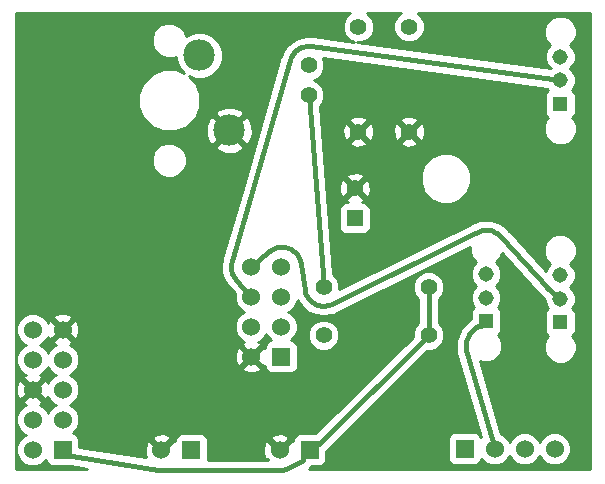
<source format=gbl>
G04 (created by PCBNEW (2013-jul-07)-stable) date jeu. 07 mai 2020 19:37:15 IST*
%MOIN*%
G04 Gerber Fmt 3.4, Leading zero omitted, Abs format*
%FSLAX34Y34*%
G01*
G70*
G90*
G04 APERTURE LIST*
%ADD10C,0.00590551*%
%ADD11R,0.06X0.06*%
%ADD12C,0.06*%
%ADD13C,0.055*%
%ADD14R,0.055X0.055*%
%ADD15C,0.105*%
%ADD16R,0.0514961X0.0514961*%
%ADD17C,0.0514961*%
%ADD18C,0.018*%
%ADD19C,0.01*%
G04 APERTURE END LIST*
G54D10*
G54D11*
X1956Y-14952D03*
G54D12*
X956Y-14952D03*
X1956Y-13952D03*
X956Y-13952D03*
X1956Y-12952D03*
X956Y-12952D03*
X1956Y-11952D03*
X956Y-11952D03*
X1956Y-10952D03*
X956Y-10952D03*
G54D11*
X9240Y-11854D03*
G54D12*
X8240Y-11854D03*
X9240Y-10854D03*
X8240Y-10854D03*
X9240Y-9854D03*
X8240Y-9854D03*
X9240Y-8854D03*
X8240Y-8854D03*
G54D13*
X13503Y-4348D03*
X13503Y-848D03*
X14151Y-11141D03*
X10651Y-11141D03*
X14151Y-9527D03*
X10651Y-9527D03*
G54D14*
X11692Y-7232D03*
G54D13*
X11692Y-6232D03*
G54D11*
X15350Y-14921D03*
G54D12*
X16350Y-14921D03*
X17350Y-14921D03*
X18350Y-14921D03*
G54D11*
X6248Y-14960D03*
G54D12*
X5248Y-14960D03*
G54D11*
X10185Y-14960D03*
G54D12*
X9185Y-14960D03*
G54D15*
X7511Y-4307D03*
X6511Y-1807D03*
G54D16*
X18543Y-10708D03*
G54D17*
X18543Y-9921D03*
X18543Y-9133D03*
G54D16*
X16062Y-10669D03*
G54D17*
X16062Y-9881D03*
X16062Y-9094D03*
G54D16*
X18543Y-3425D03*
G54D17*
X18543Y-2637D03*
X18543Y-1850D03*
G54D13*
X11811Y-848D03*
X11811Y-4348D03*
X10157Y-3137D03*
X10157Y-2137D03*
G54D18*
X14151Y-9527D02*
X14151Y-11141D01*
X2166Y-15162D02*
X1956Y-14952D01*
X2256Y-15162D02*
X2166Y-15162D01*
X2260Y-15162D02*
X2256Y-15162D01*
X2267Y-15163D02*
X2260Y-15162D01*
X2270Y-15163D02*
X2267Y-15163D01*
X5146Y-15612D02*
X2270Y-15163D01*
X5222Y-15620D02*
X5248Y-15620D01*
X5171Y-15616D02*
X5222Y-15620D01*
X5146Y-15612D02*
X5171Y-15616D01*
X9185Y-15620D02*
X5248Y-15620D01*
X9400Y-15588D02*
X9466Y-15557D01*
X9257Y-15620D02*
X9400Y-15588D01*
X9185Y-15620D02*
X9257Y-15620D01*
X9923Y-15342D02*
X9466Y-15557D01*
X9975Y-15286D02*
X9975Y-15260D01*
X9947Y-15330D02*
X9975Y-15286D01*
X9923Y-15342D02*
X9947Y-15330D01*
X9975Y-15170D02*
X9975Y-15260D01*
X10185Y-14960D02*
X9975Y-15170D01*
X10395Y-14750D02*
X10185Y-14960D01*
X10485Y-14750D02*
X10395Y-14750D01*
X10535Y-14737D02*
X10548Y-14724D01*
X10502Y-14750D02*
X10535Y-14737D01*
X10485Y-14750D02*
X10502Y-14750D01*
X14151Y-11141D02*
X10548Y-14724D01*
X10157Y-3137D02*
X10651Y-9527D01*
X7744Y-9290D02*
X8240Y-9854D01*
X7689Y-9227D02*
X7744Y-9290D01*
X7614Y-9079D02*
X7689Y-9227D01*
X7577Y-8916D02*
X7614Y-9079D01*
X7582Y-8750D02*
X7577Y-8916D01*
X7606Y-8670D02*
X7582Y-8750D01*
X9547Y-1961D02*
X7606Y-8670D01*
X9579Y-1851D02*
X9547Y-1961D01*
X9715Y-1667D02*
X9579Y-1851D01*
X9906Y-1543D02*
X9715Y-1667D01*
X10129Y-1493D02*
X9906Y-1543D01*
X10243Y-1508D02*
X10129Y-1493D01*
X18543Y-2637D02*
X10243Y-1508D01*
X8804Y-8358D02*
X8240Y-8854D01*
X8893Y-8279D02*
X8804Y-8358D01*
X9116Y-8195D02*
X8893Y-8279D01*
X9354Y-8193D02*
X9116Y-8195D01*
X9578Y-8275D02*
X9354Y-8193D01*
X9759Y-8429D02*
X9578Y-8275D01*
X9875Y-8638D02*
X9759Y-8429D01*
X9892Y-8755D02*
X9875Y-8638D01*
X10023Y-9622D02*
X9892Y-8755D01*
X10844Y-10140D02*
X10934Y-10096D01*
X10645Y-10170D02*
X10844Y-10140D01*
X10447Y-10137D02*
X10645Y-10170D01*
X10269Y-10044D02*
X10447Y-10137D01*
X10128Y-9901D02*
X10269Y-10044D01*
X10038Y-9721D02*
X10128Y-9901D01*
X10023Y-9622D02*
X10038Y-9721D01*
X15708Y-7719D02*
X10934Y-10096D01*
X15714Y-7716D02*
X15708Y-7719D01*
X15723Y-7713D02*
X15714Y-7716D01*
X15723Y-7712D02*
X15723Y-7713D01*
X15795Y-7683D02*
X15723Y-7712D01*
X15795Y-7683D02*
X15795Y-7683D01*
X15919Y-7631D02*
X15795Y-7683D01*
X15927Y-7628D02*
X15919Y-7631D01*
X15945Y-7625D02*
X15927Y-7628D01*
X15953Y-7625D02*
X15945Y-7625D01*
X16175Y-7625D02*
X15953Y-7625D01*
X16184Y-7625D02*
X16175Y-7625D01*
X16202Y-7628D02*
X16184Y-7625D01*
X16210Y-7631D02*
X16202Y-7628D01*
X16219Y-7635D02*
X16210Y-7631D01*
X16219Y-7635D02*
X16219Y-7635D01*
X16415Y-7716D02*
X16219Y-7635D01*
X16423Y-7720D02*
X16415Y-7716D01*
X16438Y-7730D02*
X16423Y-7720D01*
X16444Y-7736D02*
X16438Y-7730D01*
X16601Y-7893D02*
X16444Y-7736D01*
X16604Y-7896D02*
X16601Y-7893D01*
X18090Y-9542D02*
X16604Y-7896D01*
X18139Y-9591D02*
X18157Y-9606D01*
X18106Y-9559D02*
X18139Y-9591D01*
X18090Y-9542D02*
X18106Y-9559D01*
X18543Y-9921D02*
X18157Y-9606D01*
X15895Y-10836D02*
X16062Y-10669D01*
X15805Y-10836D02*
X15895Y-10836D01*
X15752Y-10851D02*
X15739Y-10865D01*
X15786Y-10836D02*
X15752Y-10851D01*
X15805Y-10836D02*
X15786Y-10836D01*
X15514Y-11108D02*
X15739Y-10865D01*
X15500Y-11127D02*
X15497Y-11135D01*
X15508Y-11114D02*
X15500Y-11127D01*
X15514Y-11108D02*
X15508Y-11114D01*
X15411Y-11341D02*
X15497Y-11135D01*
X15411Y-11341D02*
X15411Y-11341D01*
X15407Y-11351D02*
X15411Y-11341D01*
X15401Y-11376D02*
X15401Y-11385D01*
X15404Y-11359D02*
X15401Y-11376D01*
X15407Y-11351D02*
X15404Y-11359D01*
X15401Y-11618D02*
X15401Y-11385D01*
X15402Y-11637D02*
X15404Y-11643D01*
X15401Y-11625D02*
X15402Y-11637D01*
X15401Y-11618D02*
X15401Y-11625D01*
X16350Y-14921D02*
X15404Y-11643D01*
G54D10*
G36*
X19523Y-15586D02*
X10163Y-15586D01*
X10168Y-15581D01*
X10198Y-15559D01*
X10214Y-15534D01*
X10234Y-15513D01*
X10235Y-15510D01*
X10534Y-15510D01*
X10626Y-15472D01*
X10696Y-15402D01*
X10734Y-15310D01*
X10735Y-15211D01*
X10735Y-15005D01*
X10775Y-14978D01*
X10775Y-14977D01*
X10788Y-14965D01*
X10788Y-14965D01*
X14110Y-11666D01*
X14255Y-11666D01*
X14448Y-11587D01*
X14596Y-11439D01*
X14676Y-11246D01*
X14676Y-11037D01*
X14596Y-10844D01*
X14491Y-10739D01*
X14491Y-9929D01*
X14596Y-9825D01*
X14676Y-9632D01*
X14676Y-9423D01*
X14596Y-9230D01*
X14449Y-9082D01*
X14256Y-9002D01*
X14047Y-9002D01*
X13854Y-9082D01*
X13706Y-9229D01*
X13626Y-9422D01*
X13626Y-9631D01*
X13706Y-9824D01*
X13811Y-9930D01*
X13811Y-10739D01*
X13706Y-10843D01*
X13626Y-11036D01*
X13626Y-11188D01*
X11176Y-13621D01*
X11176Y-11037D01*
X11096Y-10844D01*
X10949Y-10696D01*
X10756Y-10616D01*
X10547Y-10616D01*
X10354Y-10696D01*
X10206Y-10843D01*
X10126Y-11036D01*
X10126Y-11245D01*
X10206Y-11438D01*
X10353Y-11586D01*
X10546Y-11666D01*
X10755Y-11666D01*
X10948Y-11587D01*
X11096Y-11439D01*
X11176Y-11246D01*
X11176Y-11037D01*
X11176Y-13621D01*
X10382Y-14410D01*
X9835Y-14410D01*
X9743Y-14448D01*
X9673Y-14518D01*
X9635Y-14610D01*
X9635Y-14663D01*
X9570Y-14645D01*
X9500Y-14716D01*
X9500Y-14574D01*
X9472Y-14479D01*
X9266Y-14405D01*
X9048Y-14416D01*
X8897Y-14479D01*
X8869Y-14574D01*
X9185Y-14889D01*
X9500Y-14574D01*
X9500Y-14716D01*
X9255Y-14960D01*
X9261Y-14966D01*
X9190Y-15036D01*
X9185Y-15031D01*
X9179Y-15036D01*
X9114Y-14971D01*
X9108Y-14966D01*
X9114Y-14960D01*
X8799Y-14645D01*
X8703Y-14672D01*
X8630Y-14878D01*
X8641Y-15097D01*
X8703Y-15248D01*
X8799Y-15275D01*
X8794Y-15280D01*
X8555Y-15280D01*
X8555Y-12240D01*
X8240Y-11925D01*
X8169Y-11995D01*
X8169Y-11854D01*
X7854Y-11539D01*
X7758Y-11566D01*
X7685Y-11772D01*
X7696Y-11991D01*
X7758Y-12142D01*
X7854Y-12169D01*
X8169Y-11854D01*
X8169Y-11995D01*
X7924Y-12240D01*
X7952Y-12335D01*
X8158Y-12409D01*
X8376Y-12398D01*
X8528Y-12335D01*
X8555Y-12240D01*
X8555Y-15280D01*
X6798Y-15280D01*
X6798Y-15211D01*
X6798Y-14611D01*
X6760Y-14519D01*
X6689Y-14448D01*
X6597Y-14410D01*
X6498Y-14410D01*
X6096Y-14410D01*
X6096Y-5191D01*
X6008Y-4976D01*
X5843Y-4811D01*
X5628Y-4722D01*
X5395Y-4721D01*
X5180Y-4810D01*
X5016Y-4975D01*
X4926Y-5190D01*
X4926Y-5422D01*
X5015Y-5638D01*
X5180Y-5802D01*
X5394Y-5891D01*
X5627Y-5892D01*
X5842Y-5803D01*
X6007Y-5638D01*
X6096Y-5423D01*
X6096Y-5191D01*
X6096Y-14410D01*
X5898Y-14410D01*
X5806Y-14448D01*
X5736Y-14518D01*
X5698Y-14610D01*
X5698Y-14663D01*
X5633Y-14645D01*
X5563Y-14716D01*
X5563Y-14574D01*
X5535Y-14479D01*
X5329Y-14405D01*
X5111Y-14416D01*
X4960Y-14479D01*
X4932Y-14574D01*
X5248Y-14889D01*
X5563Y-14574D01*
X5563Y-14716D01*
X5318Y-14960D01*
X5324Y-14966D01*
X5253Y-15036D01*
X5248Y-15031D01*
X5242Y-15036D01*
X5171Y-14966D01*
X5177Y-14960D01*
X4862Y-14645D01*
X4766Y-14672D01*
X4693Y-14878D01*
X4704Y-15097D01*
X4749Y-15207D01*
X2511Y-14857D01*
X2511Y-11034D01*
X2500Y-10815D01*
X2437Y-10664D01*
X2342Y-10637D01*
X2271Y-10708D01*
X2271Y-10566D01*
X2244Y-10471D01*
X2038Y-10397D01*
X1819Y-10408D01*
X1668Y-10471D01*
X1641Y-10566D01*
X1956Y-10882D01*
X2271Y-10566D01*
X2271Y-10708D01*
X2027Y-10952D01*
X2342Y-11267D01*
X2437Y-11240D01*
X2511Y-11034D01*
X2511Y-14857D01*
X2506Y-14856D01*
X2506Y-14603D01*
X2468Y-14511D01*
X2398Y-14440D01*
X2306Y-14402D01*
X2284Y-14402D01*
X2422Y-14264D01*
X2506Y-14062D01*
X2506Y-13843D01*
X2423Y-13641D01*
X2268Y-13486D01*
X2186Y-13452D01*
X2267Y-13419D01*
X2422Y-13264D01*
X2506Y-13062D01*
X2506Y-12843D01*
X2423Y-12641D01*
X2268Y-12486D01*
X2186Y-12452D01*
X2267Y-12419D01*
X2422Y-12264D01*
X2506Y-12062D01*
X2506Y-11843D01*
X2423Y-11641D01*
X2268Y-11486D01*
X2193Y-11455D01*
X2244Y-11434D01*
X2271Y-11338D01*
X1956Y-11023D01*
X1641Y-11338D01*
X1668Y-11434D01*
X1724Y-11453D01*
X1645Y-11486D01*
X1490Y-11640D01*
X1456Y-11722D01*
X1423Y-11641D01*
X1268Y-11486D01*
X1186Y-11452D01*
X1267Y-11419D01*
X1422Y-11264D01*
X1454Y-11189D01*
X1475Y-11240D01*
X1570Y-11267D01*
X1885Y-10952D01*
X1570Y-10637D01*
X1475Y-10664D01*
X1455Y-10720D01*
X1423Y-10641D01*
X1268Y-10486D01*
X1066Y-10402D01*
X847Y-10402D01*
X645Y-10486D01*
X490Y-10640D01*
X406Y-10842D01*
X406Y-11061D01*
X490Y-11263D01*
X644Y-11418D01*
X726Y-11452D01*
X645Y-11486D01*
X490Y-11640D01*
X406Y-11842D01*
X406Y-12061D01*
X490Y-12263D01*
X644Y-12418D01*
X720Y-12450D01*
X668Y-12471D01*
X641Y-12566D01*
X956Y-12882D01*
X1271Y-12566D01*
X1244Y-12471D01*
X1189Y-12451D01*
X1267Y-12419D01*
X1422Y-12264D01*
X1456Y-12182D01*
X1490Y-12263D01*
X1644Y-12418D01*
X1726Y-12452D01*
X1645Y-12486D01*
X1490Y-12640D01*
X1459Y-12716D01*
X1437Y-12664D01*
X1342Y-12637D01*
X1027Y-12952D01*
X1342Y-13267D01*
X1437Y-13240D01*
X1457Y-13185D01*
X1490Y-13263D01*
X1644Y-13418D01*
X1726Y-13452D01*
X1645Y-13486D01*
X1490Y-13640D01*
X1456Y-13722D01*
X1423Y-13641D01*
X1268Y-13486D01*
X1193Y-13455D01*
X1244Y-13434D01*
X1271Y-13338D01*
X956Y-13023D01*
X885Y-13094D01*
X885Y-12952D01*
X570Y-12637D01*
X475Y-12664D01*
X401Y-12870D01*
X412Y-13089D01*
X475Y-13240D01*
X570Y-13267D01*
X885Y-12952D01*
X885Y-13094D01*
X641Y-13338D01*
X668Y-13434D01*
X724Y-13453D01*
X645Y-13486D01*
X490Y-13640D01*
X406Y-13842D01*
X406Y-14061D01*
X490Y-14263D01*
X644Y-14418D01*
X726Y-14452D01*
X645Y-14486D01*
X490Y-14640D01*
X406Y-14842D01*
X406Y-15061D01*
X490Y-15263D01*
X644Y-15418D01*
X846Y-15502D01*
X1065Y-15502D01*
X1267Y-15419D01*
X1406Y-15280D01*
X1406Y-15302D01*
X1444Y-15394D01*
X1514Y-15464D01*
X1606Y-15502D01*
X1706Y-15502D01*
X2237Y-15502D01*
X2772Y-15586D01*
X397Y-15586D01*
X397Y-397D01*
X11527Y-397D01*
X11514Y-403D01*
X11366Y-550D01*
X11286Y-743D01*
X11285Y-952D01*
X11365Y-1145D01*
X11513Y-1293D01*
X11670Y-1358D01*
X10289Y-1171D01*
X10288Y-1171D01*
X10175Y-1156D01*
X10110Y-1160D01*
X10055Y-1161D01*
X9832Y-1211D01*
X9772Y-1237D01*
X9721Y-1258D01*
X9530Y-1382D01*
X9489Y-1421D01*
X9441Y-1465D01*
X9305Y-1649D01*
X9280Y-1702D01*
X9252Y-1757D01*
X9227Y-1845D01*
X9216Y-1865D01*
X8290Y-5074D01*
X8290Y-4442D01*
X8282Y-4134D01*
X8179Y-3884D01*
X8060Y-3829D01*
X7989Y-3899D01*
X7989Y-3758D01*
X7934Y-3639D01*
X7647Y-3528D01*
X7339Y-3536D01*
X7286Y-3557D01*
X7286Y-1653D01*
X7169Y-1368D01*
X6951Y-1150D01*
X6666Y-1032D01*
X6358Y-1031D01*
X6078Y-1147D01*
X6008Y-976D01*
X5843Y-811D01*
X5628Y-722D01*
X5395Y-721D01*
X5180Y-810D01*
X5016Y-975D01*
X4926Y-1190D01*
X4926Y-1422D01*
X5015Y-1638D01*
X5180Y-1802D01*
X5394Y-1891D01*
X5627Y-1892D01*
X5736Y-1847D01*
X5736Y-1960D01*
X5854Y-2245D01*
X5996Y-2387D01*
X5718Y-2272D01*
X5306Y-2271D01*
X4926Y-2429D01*
X4634Y-2720D01*
X4476Y-3100D01*
X4476Y-3512D01*
X4633Y-3892D01*
X4924Y-4184D01*
X5305Y-4341D01*
X5716Y-4342D01*
X6097Y-4185D01*
X6388Y-3894D01*
X6546Y-3513D01*
X6546Y-3102D01*
X6389Y-2721D01*
X6174Y-2506D01*
X6356Y-2581D01*
X6665Y-2582D01*
X6950Y-2464D01*
X7168Y-2246D01*
X7286Y-1961D01*
X7286Y-1653D01*
X7286Y-3557D01*
X7088Y-3639D01*
X7033Y-3758D01*
X7511Y-4236D01*
X7989Y-3758D01*
X7989Y-3899D01*
X7582Y-4307D01*
X8060Y-4785D01*
X8179Y-4730D01*
X8290Y-4442D01*
X8290Y-5074D01*
X7989Y-6115D01*
X7989Y-4855D01*
X7511Y-4377D01*
X7441Y-4448D01*
X7441Y-4307D01*
X6963Y-3829D01*
X6844Y-3884D01*
X6733Y-4171D01*
X6740Y-4479D01*
X6844Y-4730D01*
X6963Y-4785D01*
X7441Y-4307D01*
X7441Y-4448D01*
X7033Y-4855D01*
X7088Y-4974D01*
X7376Y-5085D01*
X7684Y-5078D01*
X7934Y-4974D01*
X7989Y-4855D01*
X7989Y-6115D01*
X7279Y-8576D01*
X7279Y-8576D01*
X7256Y-8656D01*
X7252Y-8699D01*
X7243Y-8740D01*
X7238Y-8905D01*
X7245Y-8947D01*
X7246Y-8990D01*
X7282Y-9153D01*
X7299Y-9191D01*
X7311Y-9233D01*
X7386Y-9382D01*
X7412Y-9414D01*
X7434Y-9452D01*
X7488Y-9514D01*
X7489Y-9514D01*
X7690Y-9743D01*
X7690Y-9744D01*
X7690Y-9963D01*
X7773Y-10165D01*
X7928Y-10320D01*
X8010Y-10354D01*
X7929Y-10387D01*
X7774Y-10542D01*
X7690Y-10744D01*
X7690Y-10963D01*
X7773Y-11165D01*
X7928Y-11320D01*
X8003Y-11351D01*
X7952Y-11373D01*
X7924Y-11468D01*
X8240Y-11783D01*
X8555Y-11468D01*
X8528Y-11373D01*
X8472Y-11353D01*
X8551Y-11320D01*
X8706Y-11166D01*
X8740Y-11084D01*
X8773Y-11165D01*
X8912Y-11304D01*
X8890Y-11304D01*
X8798Y-11342D01*
X8728Y-11412D01*
X8690Y-11504D01*
X8690Y-11557D01*
X8626Y-11539D01*
X8310Y-11854D01*
X8626Y-12169D01*
X8690Y-12151D01*
X8690Y-12203D01*
X8728Y-12295D01*
X8798Y-12366D01*
X8890Y-12404D01*
X8989Y-12404D01*
X9589Y-12404D01*
X9681Y-12366D01*
X9751Y-12296D01*
X9790Y-12204D01*
X9790Y-12104D01*
X9790Y-11504D01*
X9752Y-11412D01*
X9681Y-11342D01*
X9590Y-11304D01*
X9567Y-11304D01*
X9706Y-11166D01*
X9790Y-10964D01*
X9790Y-10745D01*
X9706Y-10543D01*
X9552Y-10388D01*
X9470Y-10354D01*
X9551Y-10320D01*
X9706Y-10166D01*
X9785Y-9975D01*
X9824Y-10053D01*
X9856Y-10095D01*
X9886Y-10140D01*
X10026Y-10282D01*
X10071Y-10313D01*
X10112Y-10345D01*
X10290Y-10438D01*
X10340Y-10453D01*
X10391Y-10472D01*
X10589Y-10505D01*
X10642Y-10504D01*
X10696Y-10506D01*
X10895Y-10477D01*
X10944Y-10459D01*
X10996Y-10445D01*
X11086Y-10400D01*
X11086Y-10400D01*
X15517Y-8190D01*
X15517Y-8375D01*
X15600Y-8576D01*
X15731Y-8707D01*
X15633Y-8806D01*
X15555Y-8993D01*
X15555Y-9194D01*
X15632Y-9381D01*
X15739Y-9488D01*
X15633Y-9594D01*
X15555Y-9780D01*
X15555Y-9982D01*
X15632Y-10168D01*
X15663Y-10200D01*
X15593Y-10270D01*
X15555Y-10361D01*
X15555Y-10461D01*
X15555Y-10582D01*
X15507Y-10616D01*
X15505Y-10618D01*
X15502Y-10620D01*
X15490Y-10634D01*
X15489Y-10634D01*
X15264Y-10877D01*
X15264Y-10877D01*
X15259Y-10883D01*
X15243Y-10909D01*
X15222Y-10931D01*
X15213Y-10944D01*
X15203Y-10971D01*
X15187Y-10995D01*
X15184Y-11003D01*
X15183Y-11004D01*
X15183Y-11005D01*
X15097Y-11211D01*
X15097Y-11211D01*
X15097Y-11212D01*
X15093Y-11221D01*
X15093Y-11222D01*
X15093Y-11222D01*
X15089Y-11230D01*
X15083Y-11262D01*
X15078Y-11274D01*
X15078Y-11275D01*
X15078Y-11275D01*
X15071Y-11292D01*
X15067Y-11309D01*
X15067Y-11343D01*
X15061Y-11376D01*
X15061Y-11385D01*
X15061Y-11618D01*
X15061Y-11625D01*
X15065Y-11648D01*
X15064Y-11672D01*
X15066Y-11685D01*
X15074Y-11708D01*
X15076Y-11733D01*
X15078Y-11738D01*
X15885Y-14534D01*
X15862Y-14479D01*
X15792Y-14409D01*
X15700Y-14371D01*
X15600Y-14371D01*
X15000Y-14371D01*
X14908Y-14409D01*
X14838Y-14479D01*
X14800Y-14571D01*
X14800Y-14670D01*
X14800Y-15270D01*
X14838Y-15362D01*
X14908Y-15433D01*
X15000Y-15471D01*
X15099Y-15471D01*
X15699Y-15471D01*
X15791Y-15433D01*
X15862Y-15363D01*
X15900Y-15271D01*
X15900Y-15248D01*
X16038Y-15387D01*
X16240Y-15471D01*
X16459Y-15471D01*
X16661Y-15387D01*
X16816Y-15233D01*
X16850Y-15151D01*
X16883Y-15232D01*
X17038Y-15387D01*
X17240Y-15471D01*
X17459Y-15471D01*
X17661Y-15387D01*
X17816Y-15233D01*
X17850Y-15151D01*
X17883Y-15232D01*
X18038Y-15387D01*
X18240Y-15471D01*
X18459Y-15471D01*
X18661Y-15387D01*
X18816Y-15233D01*
X18900Y-15031D01*
X18900Y-14812D01*
X18816Y-14610D01*
X18662Y-14455D01*
X18460Y-14371D01*
X18241Y-14371D01*
X18039Y-14454D01*
X17884Y-14609D01*
X17850Y-14691D01*
X17816Y-14610D01*
X17662Y-14455D01*
X17460Y-14371D01*
X17241Y-14371D01*
X17039Y-14454D01*
X16884Y-14609D01*
X16850Y-14691D01*
X16816Y-14610D01*
X16662Y-14455D01*
X16557Y-14411D01*
X15862Y-12003D01*
X15954Y-12041D01*
X16170Y-12041D01*
X16371Y-11958D01*
X16524Y-11805D01*
X16608Y-11605D01*
X16608Y-11388D01*
X16525Y-11187D01*
X16469Y-11131D01*
X16532Y-11068D01*
X16570Y-10976D01*
X16570Y-10877D01*
X16570Y-10362D01*
X16532Y-10270D01*
X16462Y-10200D01*
X16492Y-10169D01*
X16570Y-9983D01*
X16570Y-9781D01*
X16493Y-9594D01*
X16386Y-9488D01*
X16492Y-9382D01*
X16570Y-9195D01*
X16570Y-8993D01*
X16493Y-8807D01*
X16393Y-8707D01*
X16524Y-8576D01*
X16599Y-8397D01*
X17836Y-9766D01*
X17838Y-9770D01*
X17854Y-9787D01*
X17864Y-9795D01*
X17871Y-9806D01*
X17905Y-9837D01*
X17915Y-9844D01*
X17923Y-9854D01*
X17941Y-9868D01*
X17942Y-9869D01*
X17942Y-9869D01*
X18035Y-9945D01*
X18035Y-10021D01*
X18112Y-10208D01*
X18143Y-10239D01*
X18074Y-10309D01*
X18035Y-10401D01*
X18035Y-10500D01*
X18035Y-11015D01*
X18073Y-11107D01*
X18136Y-11170D01*
X18081Y-11226D01*
X17998Y-11426D01*
X17997Y-11643D01*
X18080Y-11843D01*
X18234Y-11997D01*
X18434Y-12080D01*
X18651Y-12080D01*
X18851Y-11997D01*
X19005Y-11844D01*
X19088Y-11644D01*
X19088Y-11427D01*
X19005Y-11226D01*
X18949Y-11170D01*
X19012Y-11107D01*
X19050Y-11016D01*
X19050Y-10916D01*
X19050Y-10401D01*
X19012Y-10309D01*
X18942Y-10239D01*
X18973Y-10209D01*
X19050Y-10022D01*
X19050Y-9820D01*
X18973Y-9634D01*
X18867Y-9527D01*
X18973Y-9421D01*
X19050Y-9235D01*
X19050Y-9033D01*
X18973Y-8846D01*
X18874Y-8747D01*
X19005Y-8616D01*
X19088Y-8416D01*
X19088Y-8199D01*
X19005Y-7998D01*
X18852Y-7845D01*
X18652Y-7761D01*
X18435Y-7761D01*
X18234Y-7844D01*
X18081Y-7997D01*
X17998Y-8198D01*
X17997Y-8415D01*
X18080Y-8615D01*
X18212Y-8747D01*
X18113Y-8846D01*
X18052Y-8992D01*
X16856Y-7668D01*
X16854Y-7666D01*
X16852Y-7663D01*
X16849Y-7660D01*
X16844Y-7657D01*
X16841Y-7652D01*
X16685Y-7496D01*
X16685Y-7496D01*
X16685Y-7496D01*
X16678Y-7489D01*
X16651Y-7471D01*
X16627Y-7447D01*
X16612Y-7437D01*
X16581Y-7424D01*
X16568Y-7416D01*
X16568Y-7416D01*
X16553Y-7406D01*
X16545Y-7402D01*
X16545Y-7402D01*
X16349Y-7321D01*
X16349Y-7321D01*
X16340Y-7317D01*
X16340Y-7317D01*
X16332Y-7314D01*
X16314Y-7311D01*
X16314Y-7310D01*
X16299Y-7307D01*
X16268Y-7295D01*
X16251Y-7291D01*
X16217Y-7291D01*
X16184Y-7285D01*
X16175Y-7285D01*
X15953Y-7285D01*
X15945Y-7285D01*
X15927Y-7288D01*
X15926Y-7288D01*
X15911Y-7291D01*
X15878Y-7291D01*
X15861Y-7295D01*
X15830Y-7307D01*
X15814Y-7310D01*
X15814Y-7311D01*
X15796Y-7314D01*
X15789Y-7317D01*
X15789Y-7317D01*
X15665Y-7369D01*
X15665Y-7369D01*
X15593Y-7398D01*
X15593Y-7399D01*
X15592Y-7399D01*
X15583Y-7403D01*
X15579Y-7405D01*
X15565Y-7409D01*
X15565Y-5739D01*
X15437Y-5430D01*
X15201Y-5193D01*
X14892Y-5065D01*
X14557Y-5064D01*
X14248Y-5192D01*
X14033Y-5407D01*
X14033Y-4424D01*
X14022Y-4215D01*
X13964Y-4075D01*
X13871Y-4051D01*
X13801Y-4122D01*
X13801Y-3980D01*
X13776Y-3887D01*
X13579Y-3818D01*
X13371Y-3829D01*
X13231Y-3887D01*
X13206Y-3980D01*
X13503Y-4277D01*
X13801Y-3980D01*
X13801Y-4122D01*
X13574Y-4348D01*
X13871Y-4645D01*
X13964Y-4621D01*
X14033Y-4424D01*
X14033Y-5407D01*
X14012Y-5428D01*
X13884Y-5737D01*
X13883Y-6071D01*
X14011Y-6381D01*
X14247Y-6617D01*
X14556Y-6745D01*
X14890Y-6746D01*
X15199Y-6618D01*
X15436Y-6382D01*
X15564Y-6073D01*
X15565Y-5739D01*
X15565Y-7409D01*
X15555Y-7412D01*
X13801Y-8286D01*
X13801Y-4716D01*
X13503Y-4419D01*
X13433Y-4489D01*
X13433Y-4348D01*
X13136Y-4051D01*
X13043Y-4075D01*
X12974Y-4272D01*
X12985Y-4481D01*
X13043Y-4621D01*
X13136Y-4645D01*
X13433Y-4348D01*
X13433Y-4489D01*
X13206Y-4716D01*
X13231Y-4808D01*
X13428Y-4878D01*
X13636Y-4866D01*
X13776Y-4808D01*
X13801Y-4716D01*
X13801Y-8286D01*
X12340Y-9014D01*
X12340Y-4424D01*
X12329Y-4215D01*
X12271Y-4075D01*
X12178Y-4051D01*
X12108Y-4122D01*
X12108Y-3980D01*
X12083Y-3887D01*
X11886Y-3818D01*
X11678Y-3829D01*
X11538Y-3887D01*
X11513Y-3980D01*
X11811Y-4277D01*
X12108Y-3980D01*
X12108Y-4122D01*
X11881Y-4348D01*
X12178Y-4645D01*
X12271Y-4621D01*
X12340Y-4424D01*
X12340Y-9014D01*
X12222Y-9073D01*
X12222Y-6308D01*
X12211Y-6099D01*
X12153Y-5959D01*
X12108Y-5947D01*
X12108Y-4716D01*
X11811Y-4419D01*
X11740Y-4489D01*
X11740Y-4348D01*
X11443Y-4051D01*
X11350Y-4075D01*
X11281Y-4272D01*
X11292Y-4481D01*
X11350Y-4621D01*
X11443Y-4645D01*
X11740Y-4348D01*
X11740Y-4489D01*
X11513Y-4716D01*
X11538Y-4808D01*
X11735Y-4878D01*
X11943Y-4866D01*
X12083Y-4808D01*
X12108Y-4716D01*
X12108Y-5947D01*
X12060Y-5935D01*
X11989Y-6005D01*
X11989Y-5864D01*
X11965Y-5771D01*
X11768Y-5702D01*
X11560Y-5713D01*
X11420Y-5771D01*
X11395Y-5864D01*
X11692Y-6161D01*
X11989Y-5864D01*
X11989Y-6005D01*
X11763Y-6232D01*
X12060Y-6529D01*
X12153Y-6505D01*
X12222Y-6308D01*
X12222Y-9073D01*
X12217Y-9076D01*
X12217Y-7457D01*
X12217Y-6907D01*
X12179Y-6815D01*
X12109Y-6745D01*
X12017Y-6707D01*
X11930Y-6707D01*
X11965Y-6692D01*
X11989Y-6600D01*
X11692Y-6302D01*
X11622Y-6373D01*
X11622Y-6232D01*
X11325Y-5935D01*
X11232Y-5959D01*
X11163Y-6156D01*
X11174Y-6365D01*
X11232Y-6505D01*
X11325Y-6529D01*
X11622Y-6232D01*
X11622Y-6373D01*
X11395Y-6600D01*
X11420Y-6692D01*
X11461Y-6707D01*
X11368Y-6707D01*
X11276Y-6745D01*
X11206Y-6815D01*
X11167Y-6907D01*
X11167Y-7006D01*
X11167Y-7556D01*
X11205Y-7648D01*
X11276Y-7719D01*
X11367Y-7757D01*
X11467Y-7757D01*
X12017Y-7757D01*
X12109Y-7719D01*
X12179Y-7649D01*
X12217Y-7557D01*
X12217Y-7457D01*
X12217Y-9076D01*
X11176Y-9595D01*
X11176Y-9423D01*
X11096Y-9230D01*
X10956Y-9089D01*
X10527Y-3510D01*
X10602Y-3435D01*
X10682Y-3242D01*
X10682Y-3033D01*
X10602Y-2840D01*
X10455Y-2692D01*
X10322Y-2637D01*
X10454Y-2583D01*
X10602Y-2435D01*
X10682Y-2242D01*
X10682Y-2033D01*
X10628Y-1903D01*
X18108Y-2915D01*
X18112Y-2924D01*
X18143Y-2956D01*
X18074Y-3025D01*
X18035Y-3117D01*
X18035Y-3217D01*
X18035Y-3732D01*
X18073Y-3824D01*
X18136Y-3887D01*
X18081Y-3942D01*
X17998Y-4143D01*
X17997Y-4359D01*
X18080Y-4560D01*
X18234Y-4713D01*
X18434Y-4797D01*
X18651Y-4797D01*
X18851Y-4714D01*
X19005Y-4561D01*
X19088Y-4360D01*
X19088Y-4143D01*
X19005Y-3943D01*
X18949Y-3887D01*
X19012Y-3824D01*
X19050Y-3732D01*
X19050Y-3633D01*
X19050Y-3118D01*
X19012Y-3026D01*
X18942Y-2956D01*
X18973Y-2925D01*
X19050Y-2739D01*
X19050Y-2537D01*
X18973Y-2350D01*
X18867Y-2244D01*
X18973Y-2138D01*
X19050Y-1951D01*
X19050Y-1749D01*
X18973Y-1563D01*
X18874Y-1463D01*
X19005Y-1332D01*
X19088Y-1132D01*
X19088Y-915D01*
X19005Y-715D01*
X18852Y-561D01*
X18652Y-478D01*
X18435Y-478D01*
X18234Y-561D01*
X18081Y-714D01*
X17998Y-914D01*
X17997Y-1131D01*
X18080Y-1332D01*
X18212Y-1463D01*
X18113Y-1562D01*
X18035Y-1749D01*
X18035Y-1950D01*
X18112Y-2137D01*
X18219Y-2243D01*
X11781Y-1373D01*
X11914Y-1373D01*
X12108Y-1293D01*
X12255Y-1146D01*
X12335Y-953D01*
X12336Y-744D01*
X12256Y-551D01*
X12108Y-403D01*
X12094Y-397D01*
X13220Y-397D01*
X13206Y-403D01*
X13059Y-550D01*
X12979Y-743D01*
X12978Y-952D01*
X13058Y-1145D01*
X13206Y-1293D01*
X13399Y-1373D01*
X13607Y-1373D01*
X13800Y-1293D01*
X13948Y-1146D01*
X14028Y-953D01*
X14029Y-744D01*
X13949Y-551D01*
X13801Y-403D01*
X13787Y-397D01*
X19523Y-397D01*
X19523Y-15586D01*
X19523Y-15586D01*
G37*
G54D19*
X19523Y-15586D02*
X10163Y-15586D01*
X10168Y-15581D01*
X10198Y-15559D01*
X10214Y-15534D01*
X10234Y-15513D01*
X10235Y-15510D01*
X10534Y-15510D01*
X10626Y-15472D01*
X10696Y-15402D01*
X10734Y-15310D01*
X10735Y-15211D01*
X10735Y-15005D01*
X10775Y-14978D01*
X10775Y-14977D01*
X10788Y-14965D01*
X10788Y-14965D01*
X14110Y-11666D01*
X14255Y-11666D01*
X14448Y-11587D01*
X14596Y-11439D01*
X14676Y-11246D01*
X14676Y-11037D01*
X14596Y-10844D01*
X14491Y-10739D01*
X14491Y-9929D01*
X14596Y-9825D01*
X14676Y-9632D01*
X14676Y-9423D01*
X14596Y-9230D01*
X14449Y-9082D01*
X14256Y-9002D01*
X14047Y-9002D01*
X13854Y-9082D01*
X13706Y-9229D01*
X13626Y-9422D01*
X13626Y-9631D01*
X13706Y-9824D01*
X13811Y-9930D01*
X13811Y-10739D01*
X13706Y-10843D01*
X13626Y-11036D01*
X13626Y-11188D01*
X11176Y-13621D01*
X11176Y-11037D01*
X11096Y-10844D01*
X10949Y-10696D01*
X10756Y-10616D01*
X10547Y-10616D01*
X10354Y-10696D01*
X10206Y-10843D01*
X10126Y-11036D01*
X10126Y-11245D01*
X10206Y-11438D01*
X10353Y-11586D01*
X10546Y-11666D01*
X10755Y-11666D01*
X10948Y-11587D01*
X11096Y-11439D01*
X11176Y-11246D01*
X11176Y-11037D01*
X11176Y-13621D01*
X10382Y-14410D01*
X9835Y-14410D01*
X9743Y-14448D01*
X9673Y-14518D01*
X9635Y-14610D01*
X9635Y-14663D01*
X9570Y-14645D01*
X9500Y-14716D01*
X9500Y-14574D01*
X9472Y-14479D01*
X9266Y-14405D01*
X9048Y-14416D01*
X8897Y-14479D01*
X8869Y-14574D01*
X9185Y-14889D01*
X9500Y-14574D01*
X9500Y-14716D01*
X9255Y-14960D01*
X9261Y-14966D01*
X9190Y-15036D01*
X9185Y-15031D01*
X9179Y-15036D01*
X9114Y-14971D01*
X9108Y-14966D01*
X9114Y-14960D01*
X8799Y-14645D01*
X8703Y-14672D01*
X8630Y-14878D01*
X8641Y-15097D01*
X8703Y-15248D01*
X8799Y-15275D01*
X8794Y-15280D01*
X8555Y-15280D01*
X8555Y-12240D01*
X8240Y-11925D01*
X8169Y-11995D01*
X8169Y-11854D01*
X7854Y-11539D01*
X7758Y-11566D01*
X7685Y-11772D01*
X7696Y-11991D01*
X7758Y-12142D01*
X7854Y-12169D01*
X8169Y-11854D01*
X8169Y-11995D01*
X7924Y-12240D01*
X7952Y-12335D01*
X8158Y-12409D01*
X8376Y-12398D01*
X8528Y-12335D01*
X8555Y-12240D01*
X8555Y-15280D01*
X6798Y-15280D01*
X6798Y-15211D01*
X6798Y-14611D01*
X6760Y-14519D01*
X6689Y-14448D01*
X6597Y-14410D01*
X6498Y-14410D01*
X6096Y-14410D01*
X6096Y-5191D01*
X6008Y-4976D01*
X5843Y-4811D01*
X5628Y-4722D01*
X5395Y-4721D01*
X5180Y-4810D01*
X5016Y-4975D01*
X4926Y-5190D01*
X4926Y-5422D01*
X5015Y-5638D01*
X5180Y-5802D01*
X5394Y-5891D01*
X5627Y-5892D01*
X5842Y-5803D01*
X6007Y-5638D01*
X6096Y-5423D01*
X6096Y-5191D01*
X6096Y-14410D01*
X5898Y-14410D01*
X5806Y-14448D01*
X5736Y-14518D01*
X5698Y-14610D01*
X5698Y-14663D01*
X5633Y-14645D01*
X5563Y-14716D01*
X5563Y-14574D01*
X5535Y-14479D01*
X5329Y-14405D01*
X5111Y-14416D01*
X4960Y-14479D01*
X4932Y-14574D01*
X5248Y-14889D01*
X5563Y-14574D01*
X5563Y-14716D01*
X5318Y-14960D01*
X5324Y-14966D01*
X5253Y-15036D01*
X5248Y-15031D01*
X5242Y-15036D01*
X5171Y-14966D01*
X5177Y-14960D01*
X4862Y-14645D01*
X4766Y-14672D01*
X4693Y-14878D01*
X4704Y-15097D01*
X4749Y-15207D01*
X2511Y-14857D01*
X2511Y-11034D01*
X2500Y-10815D01*
X2437Y-10664D01*
X2342Y-10637D01*
X2271Y-10708D01*
X2271Y-10566D01*
X2244Y-10471D01*
X2038Y-10397D01*
X1819Y-10408D01*
X1668Y-10471D01*
X1641Y-10566D01*
X1956Y-10882D01*
X2271Y-10566D01*
X2271Y-10708D01*
X2027Y-10952D01*
X2342Y-11267D01*
X2437Y-11240D01*
X2511Y-11034D01*
X2511Y-14857D01*
X2506Y-14856D01*
X2506Y-14603D01*
X2468Y-14511D01*
X2398Y-14440D01*
X2306Y-14402D01*
X2284Y-14402D01*
X2422Y-14264D01*
X2506Y-14062D01*
X2506Y-13843D01*
X2423Y-13641D01*
X2268Y-13486D01*
X2186Y-13452D01*
X2267Y-13419D01*
X2422Y-13264D01*
X2506Y-13062D01*
X2506Y-12843D01*
X2423Y-12641D01*
X2268Y-12486D01*
X2186Y-12452D01*
X2267Y-12419D01*
X2422Y-12264D01*
X2506Y-12062D01*
X2506Y-11843D01*
X2423Y-11641D01*
X2268Y-11486D01*
X2193Y-11455D01*
X2244Y-11434D01*
X2271Y-11338D01*
X1956Y-11023D01*
X1641Y-11338D01*
X1668Y-11434D01*
X1724Y-11453D01*
X1645Y-11486D01*
X1490Y-11640D01*
X1456Y-11722D01*
X1423Y-11641D01*
X1268Y-11486D01*
X1186Y-11452D01*
X1267Y-11419D01*
X1422Y-11264D01*
X1454Y-11189D01*
X1475Y-11240D01*
X1570Y-11267D01*
X1885Y-10952D01*
X1570Y-10637D01*
X1475Y-10664D01*
X1455Y-10720D01*
X1423Y-10641D01*
X1268Y-10486D01*
X1066Y-10402D01*
X847Y-10402D01*
X645Y-10486D01*
X490Y-10640D01*
X406Y-10842D01*
X406Y-11061D01*
X490Y-11263D01*
X644Y-11418D01*
X726Y-11452D01*
X645Y-11486D01*
X490Y-11640D01*
X406Y-11842D01*
X406Y-12061D01*
X490Y-12263D01*
X644Y-12418D01*
X720Y-12450D01*
X668Y-12471D01*
X641Y-12566D01*
X956Y-12882D01*
X1271Y-12566D01*
X1244Y-12471D01*
X1189Y-12451D01*
X1267Y-12419D01*
X1422Y-12264D01*
X1456Y-12182D01*
X1490Y-12263D01*
X1644Y-12418D01*
X1726Y-12452D01*
X1645Y-12486D01*
X1490Y-12640D01*
X1459Y-12716D01*
X1437Y-12664D01*
X1342Y-12637D01*
X1027Y-12952D01*
X1342Y-13267D01*
X1437Y-13240D01*
X1457Y-13185D01*
X1490Y-13263D01*
X1644Y-13418D01*
X1726Y-13452D01*
X1645Y-13486D01*
X1490Y-13640D01*
X1456Y-13722D01*
X1423Y-13641D01*
X1268Y-13486D01*
X1193Y-13455D01*
X1244Y-13434D01*
X1271Y-13338D01*
X956Y-13023D01*
X885Y-13094D01*
X885Y-12952D01*
X570Y-12637D01*
X475Y-12664D01*
X401Y-12870D01*
X412Y-13089D01*
X475Y-13240D01*
X570Y-13267D01*
X885Y-12952D01*
X885Y-13094D01*
X641Y-13338D01*
X668Y-13434D01*
X724Y-13453D01*
X645Y-13486D01*
X490Y-13640D01*
X406Y-13842D01*
X406Y-14061D01*
X490Y-14263D01*
X644Y-14418D01*
X726Y-14452D01*
X645Y-14486D01*
X490Y-14640D01*
X406Y-14842D01*
X406Y-15061D01*
X490Y-15263D01*
X644Y-15418D01*
X846Y-15502D01*
X1065Y-15502D01*
X1267Y-15419D01*
X1406Y-15280D01*
X1406Y-15302D01*
X1444Y-15394D01*
X1514Y-15464D01*
X1606Y-15502D01*
X1706Y-15502D01*
X2237Y-15502D01*
X2772Y-15586D01*
X397Y-15586D01*
X397Y-397D01*
X11527Y-397D01*
X11514Y-403D01*
X11366Y-550D01*
X11286Y-743D01*
X11285Y-952D01*
X11365Y-1145D01*
X11513Y-1293D01*
X11670Y-1358D01*
X10289Y-1171D01*
X10288Y-1171D01*
X10175Y-1156D01*
X10110Y-1160D01*
X10055Y-1161D01*
X9832Y-1211D01*
X9772Y-1237D01*
X9721Y-1258D01*
X9530Y-1382D01*
X9489Y-1421D01*
X9441Y-1465D01*
X9305Y-1649D01*
X9280Y-1702D01*
X9252Y-1757D01*
X9227Y-1845D01*
X9216Y-1865D01*
X8290Y-5074D01*
X8290Y-4442D01*
X8282Y-4134D01*
X8179Y-3884D01*
X8060Y-3829D01*
X7989Y-3899D01*
X7989Y-3758D01*
X7934Y-3639D01*
X7647Y-3528D01*
X7339Y-3536D01*
X7286Y-3557D01*
X7286Y-1653D01*
X7169Y-1368D01*
X6951Y-1150D01*
X6666Y-1032D01*
X6358Y-1031D01*
X6078Y-1147D01*
X6008Y-976D01*
X5843Y-811D01*
X5628Y-722D01*
X5395Y-721D01*
X5180Y-810D01*
X5016Y-975D01*
X4926Y-1190D01*
X4926Y-1422D01*
X5015Y-1638D01*
X5180Y-1802D01*
X5394Y-1891D01*
X5627Y-1892D01*
X5736Y-1847D01*
X5736Y-1960D01*
X5854Y-2245D01*
X5996Y-2387D01*
X5718Y-2272D01*
X5306Y-2271D01*
X4926Y-2429D01*
X4634Y-2720D01*
X4476Y-3100D01*
X4476Y-3512D01*
X4633Y-3892D01*
X4924Y-4184D01*
X5305Y-4341D01*
X5716Y-4342D01*
X6097Y-4185D01*
X6388Y-3894D01*
X6546Y-3513D01*
X6546Y-3102D01*
X6389Y-2721D01*
X6174Y-2506D01*
X6356Y-2581D01*
X6665Y-2582D01*
X6950Y-2464D01*
X7168Y-2246D01*
X7286Y-1961D01*
X7286Y-1653D01*
X7286Y-3557D01*
X7088Y-3639D01*
X7033Y-3758D01*
X7511Y-4236D01*
X7989Y-3758D01*
X7989Y-3899D01*
X7582Y-4307D01*
X8060Y-4785D01*
X8179Y-4730D01*
X8290Y-4442D01*
X8290Y-5074D01*
X7989Y-6115D01*
X7989Y-4855D01*
X7511Y-4377D01*
X7441Y-4448D01*
X7441Y-4307D01*
X6963Y-3829D01*
X6844Y-3884D01*
X6733Y-4171D01*
X6740Y-4479D01*
X6844Y-4730D01*
X6963Y-4785D01*
X7441Y-4307D01*
X7441Y-4448D01*
X7033Y-4855D01*
X7088Y-4974D01*
X7376Y-5085D01*
X7684Y-5078D01*
X7934Y-4974D01*
X7989Y-4855D01*
X7989Y-6115D01*
X7279Y-8576D01*
X7279Y-8576D01*
X7256Y-8656D01*
X7252Y-8699D01*
X7243Y-8740D01*
X7238Y-8905D01*
X7245Y-8947D01*
X7246Y-8990D01*
X7282Y-9153D01*
X7299Y-9191D01*
X7311Y-9233D01*
X7386Y-9382D01*
X7412Y-9414D01*
X7434Y-9452D01*
X7488Y-9514D01*
X7489Y-9514D01*
X7690Y-9743D01*
X7690Y-9744D01*
X7690Y-9963D01*
X7773Y-10165D01*
X7928Y-10320D01*
X8010Y-10354D01*
X7929Y-10387D01*
X7774Y-10542D01*
X7690Y-10744D01*
X7690Y-10963D01*
X7773Y-11165D01*
X7928Y-11320D01*
X8003Y-11351D01*
X7952Y-11373D01*
X7924Y-11468D01*
X8240Y-11783D01*
X8555Y-11468D01*
X8528Y-11373D01*
X8472Y-11353D01*
X8551Y-11320D01*
X8706Y-11166D01*
X8740Y-11084D01*
X8773Y-11165D01*
X8912Y-11304D01*
X8890Y-11304D01*
X8798Y-11342D01*
X8728Y-11412D01*
X8690Y-11504D01*
X8690Y-11557D01*
X8626Y-11539D01*
X8310Y-11854D01*
X8626Y-12169D01*
X8690Y-12151D01*
X8690Y-12203D01*
X8728Y-12295D01*
X8798Y-12366D01*
X8890Y-12404D01*
X8989Y-12404D01*
X9589Y-12404D01*
X9681Y-12366D01*
X9751Y-12296D01*
X9790Y-12204D01*
X9790Y-12104D01*
X9790Y-11504D01*
X9752Y-11412D01*
X9681Y-11342D01*
X9590Y-11304D01*
X9567Y-11304D01*
X9706Y-11166D01*
X9790Y-10964D01*
X9790Y-10745D01*
X9706Y-10543D01*
X9552Y-10388D01*
X9470Y-10354D01*
X9551Y-10320D01*
X9706Y-10166D01*
X9785Y-9975D01*
X9824Y-10053D01*
X9856Y-10095D01*
X9886Y-10140D01*
X10026Y-10282D01*
X10071Y-10313D01*
X10112Y-10345D01*
X10290Y-10438D01*
X10340Y-10453D01*
X10391Y-10472D01*
X10589Y-10505D01*
X10642Y-10504D01*
X10696Y-10506D01*
X10895Y-10477D01*
X10944Y-10459D01*
X10996Y-10445D01*
X11086Y-10400D01*
X11086Y-10400D01*
X15517Y-8190D01*
X15517Y-8375D01*
X15600Y-8576D01*
X15731Y-8707D01*
X15633Y-8806D01*
X15555Y-8993D01*
X15555Y-9194D01*
X15632Y-9381D01*
X15739Y-9488D01*
X15633Y-9594D01*
X15555Y-9780D01*
X15555Y-9982D01*
X15632Y-10168D01*
X15663Y-10200D01*
X15593Y-10270D01*
X15555Y-10361D01*
X15555Y-10461D01*
X15555Y-10582D01*
X15507Y-10616D01*
X15505Y-10618D01*
X15502Y-10620D01*
X15490Y-10634D01*
X15489Y-10634D01*
X15264Y-10877D01*
X15264Y-10877D01*
X15259Y-10883D01*
X15243Y-10909D01*
X15222Y-10931D01*
X15213Y-10944D01*
X15203Y-10971D01*
X15187Y-10995D01*
X15184Y-11003D01*
X15183Y-11004D01*
X15183Y-11005D01*
X15097Y-11211D01*
X15097Y-11211D01*
X15097Y-11212D01*
X15093Y-11221D01*
X15093Y-11222D01*
X15093Y-11222D01*
X15089Y-11230D01*
X15083Y-11262D01*
X15078Y-11274D01*
X15078Y-11275D01*
X15078Y-11275D01*
X15071Y-11292D01*
X15067Y-11309D01*
X15067Y-11343D01*
X15061Y-11376D01*
X15061Y-11385D01*
X15061Y-11618D01*
X15061Y-11625D01*
X15065Y-11648D01*
X15064Y-11672D01*
X15066Y-11685D01*
X15074Y-11708D01*
X15076Y-11733D01*
X15078Y-11738D01*
X15885Y-14534D01*
X15862Y-14479D01*
X15792Y-14409D01*
X15700Y-14371D01*
X15600Y-14371D01*
X15000Y-14371D01*
X14908Y-14409D01*
X14838Y-14479D01*
X14800Y-14571D01*
X14800Y-14670D01*
X14800Y-15270D01*
X14838Y-15362D01*
X14908Y-15433D01*
X15000Y-15471D01*
X15099Y-15471D01*
X15699Y-15471D01*
X15791Y-15433D01*
X15862Y-15363D01*
X15900Y-15271D01*
X15900Y-15248D01*
X16038Y-15387D01*
X16240Y-15471D01*
X16459Y-15471D01*
X16661Y-15387D01*
X16816Y-15233D01*
X16850Y-15151D01*
X16883Y-15232D01*
X17038Y-15387D01*
X17240Y-15471D01*
X17459Y-15471D01*
X17661Y-15387D01*
X17816Y-15233D01*
X17850Y-15151D01*
X17883Y-15232D01*
X18038Y-15387D01*
X18240Y-15471D01*
X18459Y-15471D01*
X18661Y-15387D01*
X18816Y-15233D01*
X18900Y-15031D01*
X18900Y-14812D01*
X18816Y-14610D01*
X18662Y-14455D01*
X18460Y-14371D01*
X18241Y-14371D01*
X18039Y-14454D01*
X17884Y-14609D01*
X17850Y-14691D01*
X17816Y-14610D01*
X17662Y-14455D01*
X17460Y-14371D01*
X17241Y-14371D01*
X17039Y-14454D01*
X16884Y-14609D01*
X16850Y-14691D01*
X16816Y-14610D01*
X16662Y-14455D01*
X16557Y-14411D01*
X15862Y-12003D01*
X15954Y-12041D01*
X16170Y-12041D01*
X16371Y-11958D01*
X16524Y-11805D01*
X16608Y-11605D01*
X16608Y-11388D01*
X16525Y-11187D01*
X16469Y-11131D01*
X16532Y-11068D01*
X16570Y-10976D01*
X16570Y-10877D01*
X16570Y-10362D01*
X16532Y-10270D01*
X16462Y-10200D01*
X16492Y-10169D01*
X16570Y-9983D01*
X16570Y-9781D01*
X16493Y-9594D01*
X16386Y-9488D01*
X16492Y-9382D01*
X16570Y-9195D01*
X16570Y-8993D01*
X16493Y-8807D01*
X16393Y-8707D01*
X16524Y-8576D01*
X16599Y-8397D01*
X17836Y-9766D01*
X17838Y-9770D01*
X17854Y-9787D01*
X17864Y-9795D01*
X17871Y-9806D01*
X17905Y-9837D01*
X17915Y-9844D01*
X17923Y-9854D01*
X17941Y-9868D01*
X17942Y-9869D01*
X17942Y-9869D01*
X18035Y-9945D01*
X18035Y-10021D01*
X18112Y-10208D01*
X18143Y-10239D01*
X18074Y-10309D01*
X18035Y-10401D01*
X18035Y-10500D01*
X18035Y-11015D01*
X18073Y-11107D01*
X18136Y-11170D01*
X18081Y-11226D01*
X17998Y-11426D01*
X17997Y-11643D01*
X18080Y-11843D01*
X18234Y-11997D01*
X18434Y-12080D01*
X18651Y-12080D01*
X18851Y-11997D01*
X19005Y-11844D01*
X19088Y-11644D01*
X19088Y-11427D01*
X19005Y-11226D01*
X18949Y-11170D01*
X19012Y-11107D01*
X19050Y-11016D01*
X19050Y-10916D01*
X19050Y-10401D01*
X19012Y-10309D01*
X18942Y-10239D01*
X18973Y-10209D01*
X19050Y-10022D01*
X19050Y-9820D01*
X18973Y-9634D01*
X18867Y-9527D01*
X18973Y-9421D01*
X19050Y-9235D01*
X19050Y-9033D01*
X18973Y-8846D01*
X18874Y-8747D01*
X19005Y-8616D01*
X19088Y-8416D01*
X19088Y-8199D01*
X19005Y-7998D01*
X18852Y-7845D01*
X18652Y-7761D01*
X18435Y-7761D01*
X18234Y-7844D01*
X18081Y-7997D01*
X17998Y-8198D01*
X17997Y-8415D01*
X18080Y-8615D01*
X18212Y-8747D01*
X18113Y-8846D01*
X18052Y-8992D01*
X16856Y-7668D01*
X16854Y-7666D01*
X16852Y-7663D01*
X16849Y-7660D01*
X16844Y-7657D01*
X16841Y-7652D01*
X16685Y-7496D01*
X16685Y-7496D01*
X16685Y-7496D01*
X16678Y-7489D01*
X16651Y-7471D01*
X16627Y-7447D01*
X16612Y-7437D01*
X16581Y-7424D01*
X16568Y-7416D01*
X16568Y-7416D01*
X16553Y-7406D01*
X16545Y-7402D01*
X16545Y-7402D01*
X16349Y-7321D01*
X16349Y-7321D01*
X16340Y-7317D01*
X16340Y-7317D01*
X16332Y-7314D01*
X16314Y-7311D01*
X16314Y-7310D01*
X16299Y-7307D01*
X16268Y-7295D01*
X16251Y-7291D01*
X16217Y-7291D01*
X16184Y-7285D01*
X16175Y-7285D01*
X15953Y-7285D01*
X15945Y-7285D01*
X15927Y-7288D01*
X15926Y-7288D01*
X15911Y-7291D01*
X15878Y-7291D01*
X15861Y-7295D01*
X15830Y-7307D01*
X15814Y-7310D01*
X15814Y-7311D01*
X15796Y-7314D01*
X15789Y-7317D01*
X15789Y-7317D01*
X15665Y-7369D01*
X15665Y-7369D01*
X15593Y-7398D01*
X15593Y-7399D01*
X15592Y-7399D01*
X15583Y-7403D01*
X15579Y-7405D01*
X15565Y-7409D01*
X15565Y-5739D01*
X15437Y-5430D01*
X15201Y-5193D01*
X14892Y-5065D01*
X14557Y-5064D01*
X14248Y-5192D01*
X14033Y-5407D01*
X14033Y-4424D01*
X14022Y-4215D01*
X13964Y-4075D01*
X13871Y-4051D01*
X13801Y-4122D01*
X13801Y-3980D01*
X13776Y-3887D01*
X13579Y-3818D01*
X13371Y-3829D01*
X13231Y-3887D01*
X13206Y-3980D01*
X13503Y-4277D01*
X13801Y-3980D01*
X13801Y-4122D01*
X13574Y-4348D01*
X13871Y-4645D01*
X13964Y-4621D01*
X14033Y-4424D01*
X14033Y-5407D01*
X14012Y-5428D01*
X13884Y-5737D01*
X13883Y-6071D01*
X14011Y-6381D01*
X14247Y-6617D01*
X14556Y-6745D01*
X14890Y-6746D01*
X15199Y-6618D01*
X15436Y-6382D01*
X15564Y-6073D01*
X15565Y-5739D01*
X15565Y-7409D01*
X15555Y-7412D01*
X13801Y-8286D01*
X13801Y-4716D01*
X13503Y-4419D01*
X13433Y-4489D01*
X13433Y-4348D01*
X13136Y-4051D01*
X13043Y-4075D01*
X12974Y-4272D01*
X12985Y-4481D01*
X13043Y-4621D01*
X13136Y-4645D01*
X13433Y-4348D01*
X13433Y-4489D01*
X13206Y-4716D01*
X13231Y-4808D01*
X13428Y-4878D01*
X13636Y-4866D01*
X13776Y-4808D01*
X13801Y-4716D01*
X13801Y-8286D01*
X12340Y-9014D01*
X12340Y-4424D01*
X12329Y-4215D01*
X12271Y-4075D01*
X12178Y-4051D01*
X12108Y-4122D01*
X12108Y-3980D01*
X12083Y-3887D01*
X11886Y-3818D01*
X11678Y-3829D01*
X11538Y-3887D01*
X11513Y-3980D01*
X11811Y-4277D01*
X12108Y-3980D01*
X12108Y-4122D01*
X11881Y-4348D01*
X12178Y-4645D01*
X12271Y-4621D01*
X12340Y-4424D01*
X12340Y-9014D01*
X12222Y-9073D01*
X12222Y-6308D01*
X12211Y-6099D01*
X12153Y-5959D01*
X12108Y-5947D01*
X12108Y-4716D01*
X11811Y-4419D01*
X11740Y-4489D01*
X11740Y-4348D01*
X11443Y-4051D01*
X11350Y-4075D01*
X11281Y-4272D01*
X11292Y-4481D01*
X11350Y-4621D01*
X11443Y-4645D01*
X11740Y-4348D01*
X11740Y-4489D01*
X11513Y-4716D01*
X11538Y-4808D01*
X11735Y-4878D01*
X11943Y-4866D01*
X12083Y-4808D01*
X12108Y-4716D01*
X12108Y-5947D01*
X12060Y-5935D01*
X11989Y-6005D01*
X11989Y-5864D01*
X11965Y-5771D01*
X11768Y-5702D01*
X11560Y-5713D01*
X11420Y-5771D01*
X11395Y-5864D01*
X11692Y-6161D01*
X11989Y-5864D01*
X11989Y-6005D01*
X11763Y-6232D01*
X12060Y-6529D01*
X12153Y-6505D01*
X12222Y-6308D01*
X12222Y-9073D01*
X12217Y-9076D01*
X12217Y-7457D01*
X12217Y-6907D01*
X12179Y-6815D01*
X12109Y-6745D01*
X12017Y-6707D01*
X11930Y-6707D01*
X11965Y-6692D01*
X11989Y-6600D01*
X11692Y-6302D01*
X11622Y-6373D01*
X11622Y-6232D01*
X11325Y-5935D01*
X11232Y-5959D01*
X11163Y-6156D01*
X11174Y-6365D01*
X11232Y-6505D01*
X11325Y-6529D01*
X11622Y-6232D01*
X11622Y-6373D01*
X11395Y-6600D01*
X11420Y-6692D01*
X11461Y-6707D01*
X11368Y-6707D01*
X11276Y-6745D01*
X11206Y-6815D01*
X11167Y-6907D01*
X11167Y-7006D01*
X11167Y-7556D01*
X11205Y-7648D01*
X11276Y-7719D01*
X11367Y-7757D01*
X11467Y-7757D01*
X12017Y-7757D01*
X12109Y-7719D01*
X12179Y-7649D01*
X12217Y-7557D01*
X12217Y-7457D01*
X12217Y-9076D01*
X11176Y-9595D01*
X11176Y-9423D01*
X11096Y-9230D01*
X10956Y-9089D01*
X10527Y-3510D01*
X10602Y-3435D01*
X10682Y-3242D01*
X10682Y-3033D01*
X10602Y-2840D01*
X10455Y-2692D01*
X10322Y-2637D01*
X10454Y-2583D01*
X10602Y-2435D01*
X10682Y-2242D01*
X10682Y-2033D01*
X10628Y-1903D01*
X18108Y-2915D01*
X18112Y-2924D01*
X18143Y-2956D01*
X18074Y-3025D01*
X18035Y-3117D01*
X18035Y-3217D01*
X18035Y-3732D01*
X18073Y-3824D01*
X18136Y-3887D01*
X18081Y-3942D01*
X17998Y-4143D01*
X17997Y-4359D01*
X18080Y-4560D01*
X18234Y-4713D01*
X18434Y-4797D01*
X18651Y-4797D01*
X18851Y-4714D01*
X19005Y-4561D01*
X19088Y-4360D01*
X19088Y-4143D01*
X19005Y-3943D01*
X18949Y-3887D01*
X19012Y-3824D01*
X19050Y-3732D01*
X19050Y-3633D01*
X19050Y-3118D01*
X19012Y-3026D01*
X18942Y-2956D01*
X18973Y-2925D01*
X19050Y-2739D01*
X19050Y-2537D01*
X18973Y-2350D01*
X18867Y-2244D01*
X18973Y-2138D01*
X19050Y-1951D01*
X19050Y-1749D01*
X18973Y-1563D01*
X18874Y-1463D01*
X19005Y-1332D01*
X19088Y-1132D01*
X19088Y-915D01*
X19005Y-715D01*
X18852Y-561D01*
X18652Y-478D01*
X18435Y-478D01*
X18234Y-561D01*
X18081Y-714D01*
X17998Y-914D01*
X17997Y-1131D01*
X18080Y-1332D01*
X18212Y-1463D01*
X18113Y-1562D01*
X18035Y-1749D01*
X18035Y-1950D01*
X18112Y-2137D01*
X18219Y-2243D01*
X11781Y-1373D01*
X11914Y-1373D01*
X12108Y-1293D01*
X12255Y-1146D01*
X12335Y-953D01*
X12336Y-744D01*
X12256Y-551D01*
X12108Y-403D01*
X12094Y-397D01*
X13220Y-397D01*
X13206Y-403D01*
X13059Y-550D01*
X12979Y-743D01*
X12978Y-952D01*
X13058Y-1145D01*
X13206Y-1293D01*
X13399Y-1373D01*
X13607Y-1373D01*
X13800Y-1293D01*
X13948Y-1146D01*
X14028Y-953D01*
X14029Y-744D01*
X13949Y-551D01*
X13801Y-403D01*
X13787Y-397D01*
X19523Y-397D01*
X19523Y-15586D01*
M02*

</source>
